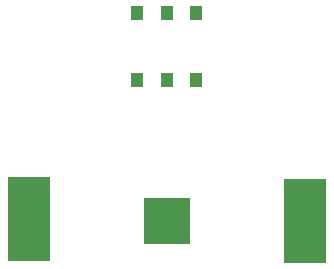
<source format=gbr>
G04 EAGLE Gerber RS-274X export*
G75*
%MOMM*%
%FSLAX34Y34*%
%LPD*%
%INSolderpaste Top*%
%IPPOS*%
%AMOC8*
5,1,8,0,0,1.08239X$1,22.5*%
G01*
%ADD10R,4.000000X4.000000*%
%ADD11R,3.556000X7.112000*%
%ADD12R,1.000000X1.150000*%


D10*
X160020Y113030D03*
D11*
X43180Y114300D03*
X276860Y113030D03*
D12*
X135020Y232100D03*
X160020Y232100D03*
X185020Y232100D03*
X135020Y288600D03*
X160020Y288600D03*
X185020Y288600D03*
M02*

</source>
